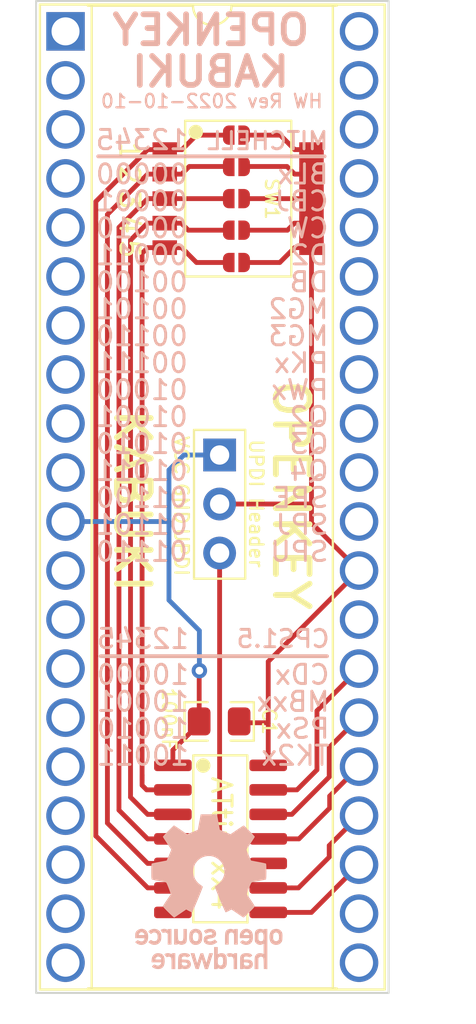
<source format=kicad_pcb>
(kicad_pcb (version 20211014) (generator pcbnew)
  (layers (0 "F.Cu" signal) (31 "B.Cu" signal) (34 "B.Paste" user) (35 "F.Paste" user) (36 "B.SilkS" user "B.Silkscreen") (37 "F.SilkS" user "F.Silkscreen") (38 "B.Mask" user) (39 "F.Mask" user) (44 "Edge.Cuts" user))
  (property "REV" "2022-10-10")
  (net 0 "")
  (net 1 "VCC")
  (net 2 "GND")
  (net 36 "/UPDI")
  (net 37 "/SW1-1")
  (net 38 "/SW1-2")
  (net 39 "/SW1-3")
  (net 40 "/SW1-4")
  (net 41 "/SW1-5")
  (net 42 "/BUSACK")
  (net 43 "/WAIT")
  (net 44 "/BUSREQ")
  (net 45 "/RESET")
  (net 46 "/M1")
  (footprint "openkey:SolderJumper-2_P1.3mm_Open_Pad1.0x0.6mm" (layer "F.Cu") (at 143.8 71.325)
    (fp_text reference "JP4" hide)
    (fp_text value "SolderJumper_2_Open")
    (pad "1" smd custom (at -0.255 0) (size 0.31 1) (layers "F.Cu" "F.Mask") (net 40 "/SW1-4") (options (clearance outline) (anchor rect)) (primitives (gr_circle (center -0.145 -0.2) (end 0.155 -0.2) (width 0) (fill yes)) (gr_rect (start -0.445 -0.21) (end -0.255 0.21) (width 0) (fill yes)) (gr_circle (center -0.145 0.2) (end 0.155167 0.2) (width 0) (fill yes))))
    (pad "2" smd custom (at 0.25 0) (size 0.3 1) (layers "F.Cu" "F.Mask") (net 2 "GND") (options (clearance outline) (anchor rect)) (primitives (gr_circle (center 0.15 -0.2) (end 0.45 -0.2) (width 0) (fill yes)) (gr_rect (start 0.26 -0.21) (end 0.45 0.21) (width 0) (fill yes)) (gr_circle (center 0.15 0.2) (end 0.45 0.2) (width 0) (fill yes))))
  )
  (footprint "openkey:SOIC-14_3.9x8.7mm_P1.27mm" (layer "F.Cu") (at 142.9744 102.8664)
    (fp_text reference "U1" hide)
    (fp_text value "ATtinyxx4" (at 0.0506 0.2336 270 unlocked) (layer "F.SilkS"))
    (pad "1" smd roundrect (at -2.475 -3.81) (size 1.95 0.6) (layers "F.Cu" "F.Paste" "F.Mask") (net 1 "VCC"))
    (pad "2" smd roundrect (at -2.475 -2.54) (size 1.95 0.6) (layers "F.Cu" "F.Paste" "F.Mask") (net 41 "/SW1-5"))
    (pad "3" smd roundrect (at -2.475 -1.27) (size 1.95 0.6) (layers "F.Cu" "F.Paste" "F.Mask") (net 40 "/SW1-4"))
    (pad "4" smd roundrect (at -2.475 0) (size 1.95 0.6) (layers "F.Cu" "F.Paste" "F.Mask") (net 39 "/SW1-3"))
    (pad "5" smd roundrect (at -2.475 1.27) (size 1.95 0.6) (layers "F.Cu" "F.Paste" "F.Mask") (net 38 "/SW1-2"))
    (pad "6" smd roundrect (at -2.475 2.54) (size 1.95 0.6) (layers "F.Cu" "F.Paste" "F.Mask") (net 37 "/SW1-1"))
    (pad "7" smd roundrect (at -2.475 3.81) (size 1.95 0.6) (layers "F.Cu" "F.Paste" "F.Mask"))
    (pad "8" smd roundrect (at 2.475 3.81) (size 1.95 0.6) (layers "F.Cu" "F.Paste" "F.Mask") (net 42 "/BUSACK"))
    (pad "9" smd roundrect (at 2.475 2.54) (size 1.95 0.6) (layers "F.Cu" "F.Paste" "F.Mask") (net 43 "/WAIT"))
    (pad "10" smd roundrect (at 2.475 1.27) (size 1.95 0.6) (layers "F.Cu" "F.Paste" "F.Mask") (net 36 "/UPDI"))
    (pad "11" smd roundrect (at 2.475 0) (size 1.95 0.6) (layers "F.Cu" "F.Paste" "F.Mask") (net 44 "/BUSREQ"))
    (pad "12" smd roundrect (at 2.475 -1.27) (size 1.95 0.6) (layers "F.Cu" "F.Paste" "F.Mask") (net 45 "/RESET"))
    (pad "13" smd roundrect (at 2.475 -2.54) (size 1.95 0.6) (layers "F.Cu" "F.Paste" "F.Mask") (net 46 "/M1"))
    (pad "14" smd roundrect (at 2.475 -3.81) (size 1.95 0.6) (layers "F.Cu" "F.Paste" "F.Mask") (net 2 "GND"))
  )
  (footprint "openkey:SolderJumper-2_P1.3mm_Open_Pad1.0x0.6mm" (layer "F.Cu") (at 143.8 68.025)
    (fp_text reference "JP2" hide)
    (fp_text value "SolderJumper_2_Open")
    (pad "1" smd custom (at -0.255 0) (size 0.31 1) (layers "F.Cu" "F.Mask") (net 38 "/SW1-2") (options (clearance outline) (anchor rect)) (primitives (gr_circle (center -0.145 -0.2) (end 0.155 -0.2) (width 0) (fill yes)) (gr_rect (start -0.445 -0.21) (end -0.255 0.21) (width 0) (fill yes)) (gr_circle (center -0.145 0.2) (end 0.155167 0.2) (width 0) (fill yes))))
    (pad "2" smd custom (at 0.25 0) (size 0.3 1) (layers "F.Cu" "F.Mask") (net 2 "GND") (options (clearance outline) (anchor rect)) (primitives (gr_circle (center 0.15 -0.2) (end 0.45 -0.2) (width 0) (fill yes)) (gr_rect (start 0.26 -0.21) (end 0.45 0.21) (width 0) (fill yes)) (gr_circle (center 0.15 0.2) (end 0.45 0.2) (width 0) (fill yes))))
  )
  (footprint "openkey:C_0805_2012Metric_Pad1.18x1.45mm_HandSolder" (layer "F.Cu") (at 142.9025 96.78)
    (fp_text reference "C1" (at 2.5975 -0.005 270 unlocked) (layer "F.SilkS") (effects (font (size 0.7 0.7) (thickness 0.12))))
    (fp_text value "100nF" (at -2.6025 -0.13 270 unlocked) (layer "F.SilkS") (effects (font (size 0.7 0.7) (thickness 0.12))))
    (pad "1" smd roundrect (at -1.0375 0) (size 1.175 1.45) (layers "F.Cu" "F.Paste" "F.Mask") (roundrect_rratio 0.212766) (net 1 "VCC"))
    (pad "2" smd roundrect (at 1.0375 0) (size 1.175 1.45) (layers "F.Cu" "F.Paste" "F.Mask") (roundrect_rratio 0.212766) (net 2 "GND"))
  )
  (footprint "openkey:DIP-40_W15.24mm_Socket_Wide_Holes" (layer "F.Cu") (at 134.925 61.023)
    (fp_text reference "U2" hide)
    (fp_text value "KABUKICPU")
    (pad "1" thru_hole rect locked (at 0 0) (size 2 2) (drill 1.45) (layers *.Cu *.Mask))
    (pad "2" thru_hole oval locked (at 0 2.54) (size 2 2) (drill 1.45) (layers *.Cu *.Mask))
    (pad "3" thru_hole oval locked (at 0 5.08) (size 2 2) (drill 1.45) (layers *.Cu *.Mask))
    (pad "4" thru_hole oval locked (at 0 7.62) (size 2 2) (drill 1.45) (layers *.Cu *.Mask))
    (pad "5" thru_hole oval locked (at 0 10.16) (size 2 2) (drill 1.45) (layers *.Cu *.Mask))
    (pad "6" thru_hole oval locked (at 0 12.7) (size 2 2) (drill 1.45) (layers *.Cu *.Mask))
    (pad "7" thru_hole oval locked (at 0 15.24) (size 2 2) (drill 1.45) (layers *.Cu *.Mask))
    (pad "8" thru_hole oval locked (at 0 17.78) (size 2 2) (drill 1.45) (layers *.Cu *.Mask))
    (pad "9" thru_hole oval locked (at 0 20.32) (size 2 2) (drill 1.45) (layers *.Cu *.Mask))
    (pad "10" thru_hole oval locked (at 0 22.86) (size 2 2) (drill 1.45) (layers *.Cu *.Mask))
    (pad "11" thru_hole oval locked (at 0 25.4) (size 2 2) (drill 1.45) (layers *.Cu *.Mask) (net 1 "VCC"))
    (pad "12" thru_hole oval locked (at 0 27.94) (size 2 2) (drill 1.45) (layers *.Cu *.Mask))
    (pad "13" thru_hole oval locked (at 0 30.48) (size 2 2) (drill 1.45) (layers *.Cu *.Mask))
    (pad "14" thru_hole oval locked (at 0 33.02) (size 2 2) (drill 1.45) (layers *.Cu *.Mask))
    (pad "15" thru_hole oval locked (at 0 35.56) (size 2 2) (drill 1.45) (layers *.Cu *.Mask))
    (pad "16" thru_hole oval locked (at 0 38.1) (size 2 2) (drill 1.45) (layers *.Cu *.Mask))
    (pad "17" thru_hole oval locked (at 0 40.64) (size 2 2) (drill 1.45) (layers *.Cu *.Mask))
    (pad "18" thru_hole oval locked (at 0 43.18) (size 2 2) (drill 1.45) (layers *.Cu *.Mask))
    (pad "19" thru_hole oval locked (at 0 45.72) (size 2 2) (drill 1.45) (layers *.Cu *.Mask))
    (pad "20" thru_hole oval locked (at 0 48.26) (size 2 2) (drill 1.45) (layers *.Cu *.Mask))
    (pad "21" thru_hole oval locked (at 15.24 48.26) (size 2 2) (drill 1.45) (layers *.Cu *.Mask))
    (pad "22" thru_hole oval locked (at 15.24 45.72) (size 2 2) (drill 1.45) (layers *.Cu *.Mask))
    (pad "23" thru_hole oval locked (at 15.24 43.18) (size 2 2) (drill 1.45) (layers *.Cu *.Mask) (net 42 "/BUSACK"))
    (pad "24" thru_hole oval locked (at 15.24 40.64) (size 2 2) (drill 1.45) (layers *.Cu *.Mask) (net 43 "/WAIT"))
    (pad "25" thru_hole oval locked (at 15.24 38.1) (size 2 2) (drill 1.45) (layers *.Cu *.Mask) (net 44 "/BUSREQ"))
    (pad "26" thru_hole oval locked (at 15.24 35.56) (size 2 2) (drill 1.45) (layers *.Cu *.Mask) (net 45 "/RESET"))
    (pad "27" thru_hole oval locked (at 15.24 33.02) (size 2 2) (drill 1.45) (layers *.Cu *.Mask) (net 46 "/M1"))
    (pad "28" thru_hole oval locked (at 15.24 30.48) (size 2 2) (drill 1.45) (layers *.Cu *.Mask))
    (pad "29" thru_hole oval locked (at 15.24 27.94) (size 2 2) (drill 1.45) (layers *.Cu *.Mask) (net 2 "GND"))
    (pad "30" thru_hole oval locked (at 15.24 25.4) (size 2 2) (drill 1.45) (layers *.Cu *.Mask))
    (pad "31" thru_hole oval locked (at 15.24 22.86) (size 2 2) (drill 1.45) (layers *.Cu *.Mask))
    (pad "32" thru_hole oval locked (at 15.24 20.32) (size 2 2) (drill 1.45) (layers *.Cu *.Mask))
    (pad "33" thru_hole oval locked (at 15.24 17.78) (size 2 2) (drill 1.45) (layers *.Cu *.Mask))
    (pad "34" thru_hole oval locked (at 15.24 15.24) (size 2 2) (drill 1.45) (layers *.Cu *.Mask))
    (pad "35" thru_hole oval locked (at 15.24 12.7) (size 2 2) (drill 1.45) (layers *.Cu *.Mask))
    (pad "36" thru_hole oval locked (at 15.24 10.16) (size 2 2) (drill 1.45) (layers *.Cu *.Mask))
    (pad "37" thru_hole oval locked (at 15.24 7.62) (size 2 2) (drill 1.45) (layers *.Cu *.Mask))
    (pad "38" thru_hole oval locked (at 15.24 5.08) (size 2 2) (drill 1.45) (layers *.Cu *.Mask))
    (pad "39" thru_hole oval locked (at 15.24 2.54) (size 2 2) (drill 1.45) (layers *.Cu *.Mask))
    (pad "40" thru_hole oval locked (at 15.24 0) (size 2 2) (drill 1.45) (layers *.Cu *.Mask))
  )
  (footprint "openkey:SolderJumper-2_P1.3mm_Open_Pad1.0x0.6mm" (layer "F.Cu") (at 143.8 73)
    (fp_text reference "JP5" hide)
    (fp_text value "SolderJumper_2_Open")
    (pad "1" smd custom (at -0.255 0) (size 0.31 1) (layers "F.Cu" "F.Mask") (net 41 "/SW1-5") (options (clearance outline) (anchor rect)) (primitives (gr_circle (center -0.145 -0.2) (end 0.155 -0.2) (width 0) (fill yes)) (gr_rect (start -0.445 -0.21) (end -0.255 0.21) (width 0) (fill yes)) (gr_circle (center -0.145 0.2) (end 0.155167 0.2) (width 0) (fill yes))))
    (pad "2" smd custom (at 0.25 0) (size 0.3 1) (layers "F.Cu" "F.Mask") (net 2 "GND") (options (clearance outline) (anchor rect)) (primitives (gr_circle (center 0.15 -0.2) (end 0.45 -0.2) (width 0) (fill yes)) (gr_rect (start 0.26 -0.21) (end 0.45 0.21) (width 0) (fill yes)) (gr_circle (center 0.15 0.2) (end 0.45 0.2) (width 0) (fill yes))))
  )
  (footprint "openkey:SolderJumper-2_P1.3mm_Open_Pad1.0x0.6mm" (layer "F.Cu") (at 143.8 66.4)
    (fp_text reference "JP1" hide)
    (fp_text value "SolderJumper_2_Open")
    (pad "1" smd custom (at -0.255 0) (size 0.31 1) (layers "F.Cu" "F.Mask") (net 37 "/SW1-1") (options (clearance outline) (anchor rect)) (primitives (gr_circle (center -0.145 -0.2) (end 0.155 -0.2) (width 0) (fill yes)) (gr_rect (start -0.445 -0.21) (end -0.255 0.21) (width 0) (fill yes)) (gr_circle (center -0.145 0.2) (end 0.155167 0.2) (width 0) (fill yes))))
    (pad "2" smd custom (at 0.25 0) (size 0.3 1) (layers "F.Cu" "F.Mask") (net 2 "GND") (options (clearance outline) (anchor rect)) (primitives (gr_circle (center 0.15 -0.2) (end 0.45 -0.2) (width 0) (fill yes)) (gr_rect (start 0.26 -0.21) (end 0.45 0.21) (width 0) (fill yes)) (gr_circle (center 0.15 0.2) (end 0.45 0.2) (width 0) (fill yes))))
  )
  (footprint "openkey:SolderJumper-2_P1.3mm_Open_Pad1.0x0.6mm" (layer "F.Cu") (at 143.8 69.69)
    (fp_text reference "JP3" hide)
    (fp_text value "SolderJumper_2_Open")
    (pad "1" smd custom (at -0.255 0) (size 0.31 1) (layers "F.Cu" "F.Mask") (net 39 "/SW1-3") (options (clearance outline) (anchor rect)) (primitives (gr_circle (center -0.145 -0.2) (end 0.155 -0.2) (width 0) (fill yes)) (gr_rect (start -0.445 -0.21) (end -0.255 0.21) (width 0) (fill yes)) (gr_circle (center -0.145 0.2) (end 0.155167 0.2) (width 0) (fill yes))))
    (pad "2" smd custom (at 0.25 0) (size 0.3 1) (layers "F.Cu" "F.Mask") (net 2 "GND") (options (clearance outline) (anchor rect)) (primitives (gr_circle (center 0.15 -0.2) (end 0.45 -0.2) (width 0) (fill yes)) (gr_rect (start 0.26 -0.21) (end 0.45 0.21) (width 0) (fill yes)) (gr_circle (center 0.15 0.2) (end 0.45 0.2) (width 0) (fill yes))))
  )
  (footprint "openkey:SW_DIP_SPSTx05_Slide_Wurth_416131160805_W7.62mm_P1.27mm" (layer "F.Cu") (at 143.8864 69.691)
    (fp_text reference "SW1" (at 1.7636 0.009 270 unlocked) (layer "F.SilkS") (effects (font (size 0.7 0.7) (thickness 0.12))))
    (fp_text value "Wurth Elektronik 416131160805")
    (pad "1" smd rect (at -3.81 -2.54) (size 1.27 0.76) (layers "F.Cu" "F.Paste" "F.Mask") (net 37 "/SW1-1"))
    (pad "2" smd rect (at -3.81 -1.27) (size 1.27 0.76) (layers "F.Cu" "F.Paste" "F.Mask") (net 38 "/SW1-2"))
    (pad "3" smd rect (at -3.81 0) (size 1.27 0.76) (layers "F.Cu" "F.Paste" "F.Mask") (net 39 "/SW1-3"))
    (pad "4" smd rect (at -3.81 1.27) (size 1.27 0.76) (layers "F.Cu" "F.Paste" "F.Mask") (net 40 "/SW1-4"))
    (pad "5" smd rect (at -3.81 2.54) (size 1.27 0.76) (layers "F.Cu" "F.Paste" "F.Mask") (net 41 "/SW1-5"))
    (pad "6" smd rect (at 3.81 2.54) (size 1.27 0.76) (layers "F.Cu" "F.Paste" "F.Mask") (net 2 "GND"))
    (pad "7" smd rect (at 3.81 1.27) (size 1.27 0.76) (layers "F.Cu" "F.Paste" "F.Mask") (net 2 "GND"))
    (pad "8" smd rect (at 3.81 0) (size 1.27 0.76) (layers "F.Cu" "F.Paste" "F.Mask") (net 2 "GND"))
    (pad "9" smd rect (at 3.81 -1.27) (size 1.27 0.76) (layers "F.Cu" "F.Paste" "F.Mask") (net 2 "GND"))
    (pad "10" smd rect (at 3.81 -2.54) (size 1.27 0.76) (layers "F.Cu" "F.Paste" "F.Mask") (net 2 "GND"))
  )
  (footprint "openkey:PinHeader_1x03_P2.54mm_Vertical" (layer "F.Cu") (at 142.9259 82.975)
    (fp_text reference "J1" hide)
    (fp_text value "UPDI Header" hide)
    (pad "1" thru_hole rect (at 0 0) (size 1.7 1.7) (drill 1) (layers *.Cu *.Mask) (net 1 "VCC"))
    (pad "2" thru_hole oval (at 0 2.54) (size 1.7 1.7) (drill 1) (layers *.Cu *.Mask) (net 2 "GND"))
    (pad "3" thru_hole oval (at 0 5.08) (size 1.7 1.7) (drill 1) (layers *.Cu *.Mask) (net 36 "/UPDI"))
  )
  (footprint "Symbol:OSHW-Logo_7.5x8mm_SilkScreen" (layer "B.Cu") (at 142.375 105.6 180)
    (fp_text reference "REF**" hide)
    (fp_text value "OSHW-Logo_7.5x8mm_SilkScreen" hide)
  )
  (gr_line (start 136.75 93.4) (end 148.5 93.4) (layer "B.SilkS") (width 0.2))
  (gr_line (start 136.625 67.5) (end 148.375 67.5) (layer "B.SilkS") (width 0.2))
  (gr_line (start 151.7 59.45) (end 151.7 110.8) (layer "Edge.Cuts") (width 0.1))
  (gr_line (start 151.7 110.8) (end 151.7 110.85) (layer "Edge.Cuts") (width 0.1))
  (gr_line (start 151.7 110.85) (end 133.4 110.85) (layer "Edge.Cuts") (width 0.1))
  (gr_line (start 133.4 110.85) (end 133.4 59.45) (layer "Edge.Cuts") (width 0.1))
  (gr_line (start 133.4 59.45) (end 151.7 59.45) (layer "Edge.Cuts") (width 0.1))
  (gr_text "OPENKEY" (at 142.47 60.96) (layer "B.SilkS") (effects (font (size 1.5 1.5) (thickness 0.3)) (justify mirror)))
  (gr_text "CW" (at 148.6662 71.2216) (layer "B.SilkS") (effects (font (size 1 1)) (justify left mirror)))
  (gr_text "Q4" (at 148.6662 83.7946) (layer "B.SilkS") (effects (font (size 1 1)) (justify left mirror)))
  (gr_text "SPE" (at 148.6662 85.1916) (layer "B.SilkS") (effects (font (size 1 1)) (justify left mirror)))
  (gr_text "SPU" (at 148.6662 87.9856) (layer "B.SilkS") (effects (font (size 1 1)) (justify left mirror)))
  (gr_text "01000" (at 138.8872 79.6036) (layer "B.SilkS") (effects (font (size 1 1)) (justify mirror)))
  (gr_text "00101" (at 138.8872 75.4126) (layer "B.SilkS") (effects (font (size 1 1)) (justify mirror)))
  (gr_text "12345" (at 138.938 92.5) (layer "B.SilkS") (effects (font (size 1 1)) (justify mirror)))
  (gr_text "00010" (at 138.8872 71.2216) (layer "B.SilkS") (effects (font (size 1 1)) (justify mirror)))
  (gr_text "01010" (at 138.8872 82.3976) (layer "B.SilkS") (effects (font (size 1 1)) (justify mirror)))
  (gr_text "MBxx" (at 148.717 95.758) (layer "B.SilkS") (effects (font (size 1 1)) (justify left mirror)))
  (gr_text "12345" (at 138.8872 66.65) (layer "B.SilkS") (effects (font (size 1 1)) (justify mirror)))
  (gr_text "MG3" (at 148.6662 76.8096) (layer "B.SilkS") (effects (font (size 1 1)) (justify left mirror)))
  (gr_text "PKx" (at 148.6662 78.2066) (layer "B.SilkS") (effects (font (size 1 1)) (justify left mirror)))
  (gr_text "00111" (at 138.8872 78.2066) (layer "B.SilkS") (effects (font (size 1 1)) (justify mirror)))
  (gr_text "00011" (at 138.8872 72.6186) (layer "B.SilkS") (effects (font (size 1 1)) (justify mirror)))
  (gr_text "01100" (at 138.8872 85.1916) (layer "B.SilkS") (effects (font (size 1 1)) (justify mirror)))
  (gr_text "HW Rev ${REV}" (at 142.52 64.64) (layer "B.SilkS") (effects (font (size 0.7 0.7) (thickness 0.12)) (justify mirror)))
  (gr_text "MITCHELL" (at 148.65 66.7) (layer "B.SilkS") (effects (font (size 0.9 0.9)) (justify left mirror)))
  (gr_text "10011" (at 138.938 98.552) (layer "B.SilkS") (effects (font (size 1 1)) (justify mirror)))
  (gr_text "01001" (at 138.8872 81.0006) (layer "B.SilkS") (effects (font (size 1 1)) (justify mirror)))
  (gr_text "CBJ" (at 148.6662 69.8246) (layer "B.SilkS") (effects (font (size 1 1)) (justify left mirror)))
  (gr_text "Q2" (at 148.6662 81.0006) (layer "B.SilkS") (effects (font (size 1 1)) (justify left mirror)))
  (gr_text "MG2" (at 148.6662 75.4126) (layer "B.SilkS") (effects (font (size 1 1)) (justify left mirror)))
  (gr_text "TK2x" (at 148.717 98.552) (layer "B.SilkS") (effects (font (size 1 1)) (justify left mirror)))
  (gr_text "00001" (at 138.8872 69.8246) (layer "B.SilkS") (effects (font (size 1 1)) (justify mirror)))
  (gr_text "10010" (at 138.938 97.155) (layer "B.SilkS") (effects (font (size 1 1)) (justify mirror)))
  (gr_text "CDx" (at 148.717 94.361) (layer "B.SilkS") (effects (font (size 1 1)) (justify left mirror)))
  (gr_text "D2" (at 148.6662 72.6186) (layer "B.SilkS") (effects (font (size 1 1)) (justify left mirror)))
  (gr_text "PSx" (at 148.717 97.155) (layer "B.SilkS") (effects (font (size 1 1)) (justify left mirror)))
  (gr_text "00000" (at 138.8872 68.4276) (layer "B.SilkS") (effects (font (size 1 1)) (justify mirror)))
  (gr_text "DB" (at 148.6662 74.0156) (layer "B.SilkS") (effects (font (size 1 1)) (justify left mirror)))
  (gr_text "PWx" (at 148.6662 79.6036) (layer "B.SilkS") (effects (font (size 1 1)) (justify left mirror)))
  (gr_text "BLx" (at 148.6662 68.4276) (layer "B.SilkS") (effects (font (size 1 1)) (justify left mirror)))
  (gr_text "Q3" (at 148.6662 82.3976) (layer "B.SilkS") (effects (font (size 1 1)) (justify left mirror)))
  (gr_text "KABUKI" (at 142.46 63.119) (layer "B.SilkS") (effects (font (size 1.5 1.5) (thickness 0.3)) (justify mirror)))
  (gr_text "00100" (at 138.8872 74.0156) (layer "B.SilkS") (effects (font (size 1 1)) (justify mirror)))
  (gr_text "CPS1.5" (at 148.717 92.5) (layer "B.SilkS") (effects (font (size 0.9 0.9)) (justify left mirror)))
  (gr_text "01101" (at 138.8872 86.5886) (layer "B.SilkS") (effects (font (size 1 1)) (justify mirror)))
  (gr_text "10000" (at 138.938 94.361) (layer "B.SilkS") (effects (font (size 1 1)) (justify mirror)))
  (gr_text "SPJ" (at 148.6662 86.5886) (layer "B.SilkS") (effects (font (size 1 1)) (justify left mirror)))
  (gr_text "10001" (at 138.938 95.758) (layer "B.SilkS") (effects (font (size 1 1)) (justify mirror)))
  (gr_text "00110" (at 138.8872 76.8096) (layer "B.SilkS") (effects (font (size 1 1)) (justify mirror)))
  (gr_text "01110" (at 138.8872 87.9856) (layer "B.SilkS") (effects (font (size 1 1)) (justify mirror)))
  (gr_text "01011" (at 138.8872 83.7946) (layer "B.SilkS") (effects (font (size 1 1)) (justify mirror)))
  (gr_text "KABUKI" (at 138.39 85.35 270) (layer "F.SilkS") (effects (font (size 1.75 1.75) (thickness 0.3))))
  (gr_text "OPENKEY" (at 146.64 85.06 270) (layer "F.SilkS") (effects (font (size 1.75 1.75) (thickness 0.3))))
  (gr_text "GND" (at 140.9459 85.5 270) (layer "F.SilkS") (effects (font (size 0.7 0.7) (thickness 0.12))))
  (gr_text "UPDI Header" (at 144.8259 85.49 270) (layer "F.SilkS") (effects (font (size 0.7 0.7) (thickness 0.12))))
  (gr_text "VCC" (at 140.9459 83 270) (layer "F.SilkS") (effects (font (size 0.7 0.7) (thickness 0.12))))
  (gr_text "UPDI" (at 140.9459 88 270) (layer "F.SilkS") (effects (font (size 0.7 0.7) (thickness 0.12))))
  (gr_text "5" (at 138.25 72.29 270) (layer "F.SilkS") (effects (font (size 1 1))))
  (gr_text "1" (at 138.25 67.23 270) (layer "F.SilkS") (effects (font (size 1 1))))
  (gr_text "2" (at 138.25 68.45 270) (layer "F.SilkS") (effects (font (size 1 1))))
  (gr_text "3" (at 138.25 69.77 270) (layer "F.SilkS") (effects (font (size 1 1))))
  (gr_text "4" (at 138.25 71.04 270) (layer "F.SilkS") (effects (font (size 1 1))))
  (segment (start 141.865 94.16) (end 141.875 94.15) (width 0.25) (layer "F.Cu") (net 1))
  (segment (start 141.865 96.78) (end 141.865 94.16) (width 0.25) (layer "F.Cu") (net 1))
  (segment (start 141.8595 96.9044) (end 140.4994 98.2645) (width 0.25) (layer "F.Cu") (net 1))
  (segment (start 140.4994 98.2645) (end 140.4994 99.0564) (width 0.25) (layer "F.Cu") (net 1))
  (via (at 141.875 94.15) (size 0.8) (drill 0.4) (layers "F.Cu" "B.Cu") (net 1))
  (segment (start 141.0717 82.975) (end 142.9259 82.975) (width 0.25) (layer "B.Cu") (net 1))
  (segment (start 134.925 86.423) (end 140.2961 86.423) (width 0.25) (layer "B.Cu") (net 1))
  (segment (start 140.2961 83.7506) (end 141.0717 82.975) (width 0.25) (layer "B.Cu") (net 1))
  (segment (start 141.875 92.075) (end 140.2961 90.4961) (width 0.25) (layer "B.Cu") (net 1))
  (segment (start 140.2961 90.4961) (end 140.2961 86.423) (width 0.25) (layer "B.Cu") (net 1))
  (segment (start 141.875 94.15) (end 141.875 92.075) (width 0.25) (layer "B.Cu") (net 1))
  (segment (start 140.2961 86.423) (end 140.2961 83.7506) (width 0.25) (layer "B.Cu") (net 1))
  (segment (start 146.821 67.151) (end 146.821 67.146) (width 0.25) (layer "F.Cu") (net 2))
  (segment (start 147.6964 68.421) (end 146.821 68.421) (width 0.25) (layer "F.Cu") (net 2))
  (segment (start 146.814 70.961) (end 146.45 71.325) (width 0.25) (layer "F.Cu") (net 2))
  (segment (start 147.6964 86.4944) (end 147.6964 85.5036) (width 0.25) (layer "F.Cu") (net 2))
  (segment (start 146.821 68.421) (end 146.425 68.025) (width 0.25) (layer "F.Cu") (net 2))
  (segment (start 143.9887 96.8502) (end 145.415 96.8502) (width 0.25) (layer "F.Cu") (net 2))
  (segment (start 144.381 69.691) (end 144.37 69.68) (width 0.25) (layer "F.Cu") (net 2))
  (segment (start 142.9259 85.515) (end 147.685 85.515) (width 0.25) (layer "F.Cu") (net 2))
  (segment (start 147.6964 70.961) (end 146.814 70.961) (width 0.25) (layer "F.Cu") (net 2))
  (segment (start 147.6964 72.231) (end 146.821 72.231) (width 0.25) (layer "F.Cu") (net 2))
  (segment (start 147.6964 86.4944) (end 150.165 88.963) (width 0.25) (layer "F.Cu") (net 2))
  (segment (start 146.821 67.146) (end 146.075 66.4) (width 0.25) (layer "F.Cu") (net 2))
  (segment (start 146.075 66.4) (end 144.2 66.4) (width 0.25) (layer "F.Cu") (net 2))
  (segment (start 147.6964 69.691) (end 144.381 69.691) (width 0.25) (layer "F.Cu") (net 2))
  (segment (start 145.4494 96.8846) (end 145.415 96.8502) (width 0.25) (layer "F.Cu") (net 2))
  (segment (start 145.4494 96.8846) (end 145.45 96.884) (width 0.25) (layer "F.Cu") (net 2))
  (segment (start 146.82 72.23) (end 146.05 73) (width 0.25) (layer "F.Cu") (net 2))
  (segment (start 146.05 73) (end 144.2 73) (width 0.25) (layer "F.Cu") (net 2))
  (segment (start 146.45 71.325) (end 144.2 71.325) (width 0.25) (layer "F.Cu") (net 2))
  (segment (start 146.425 68.025) (end 144.2 68.025) (width 0.25) (layer "F.Cu") (net 2))
  (segment (start 145.45 96.884) (end 145.45 93.678) (width 0.25) (layer "F.Cu") (net 2))
  (segment (start 145.4494 99.0564) (end 145.4494 96.8846) (width 0.25) (layer "F.Cu") (net 2))
  (segment (start 147.685 85.515) (end 147.6964 85.5036) (width 0.25) (layer "F.Cu") (net 2))
  (segment (start 145.45 93.678) (end 150.165 88.963) (width 0.25) (layer "F.Cu") (net 2))
  (segment (start 147.6964 67.151) (end 146.821 67.151) (width 0.25) (layer "F.Cu") (net 2))
  (segment (start 146.821 72.231) (end 146.82 72.23) (width 0.25) (layer "F.Cu") (net 2))
  (segment (start 147.6964 85.5036) (end 147.6964 72.231) (width 0.25) (layer "F.Cu") (net 2))
  (segment (start 142.9004 102.489) (end 142.9259 102.4635) (width 0.25) (layer "F.Cu") (net 36))
  (segment (start 142.9259 102.4635) (end 142.9259 88.055) (width 0.25) (layer "F.Cu") (net 36))
  (segment (start 142.9004 102.489) (end 144.4752 104.0638) (width 0.25) (layer "F.Cu") (net 36))
  (segment (start 136.5 102.718) (end 136.5072 102.718) (width 0.25) (layer "F.Cu") (net 37))
  (segment (start 140.0764 67.151) (end 139.189 67.151) (width 0.25) (layer "F.Cu") (net 37))
  (segment (start 136.5 69.84) (end 136.5 102.718) (width 0.25) (layer "F.Cu") (net 37))
  (segment (start 139.1956 105.4064) (end 140.4994 105.4064) (width 0.25) (layer "F.Cu") (net 37))
  (segment (start 141.725 66.4) (end 143.4 66.4) (width 0.25) (layer "F.Cu") (net 37))
  (segment (start 139.189 67.151) (end 136.5 69.84) (width 0.25) (layer "F.Cu") (net 37))
  (segment (start 140.974 67.151) (end 141.725 66.4) (width 0.25) (layer "F.Cu") (net 37))
  (segment (start 136.5072 102.718) (end 139.1956 105.4064) (width 0.25) (layer "F.Cu") (net 37))
  (segment (start 140.0764 67.151) (end 140.974 67.151) (width 0.25) (layer "F.Cu") (net 37))
  (segment (start 139.189 68.421) (end 137.1 70.51) (width 0.25) (layer "F.Cu") (net 38))
  (segment (start 140.0764 68.421) (end 139.189 68.421) (width 0.25) (layer "F.Cu") (net 38))
  (segment (start 141.35 68.025) (end 143.4 68.025) (width 0.25) (layer "F.Cu") (net 38))
  (segment (start 140.0764 68.421) (end 140.9654 68.421) (width 0.25) (layer "F.Cu") (net 38))
  (segment (start 140.9654 68.421) (end 140.9654 68.4096) (width 0.25) (layer "F.Cu") (net 38))
  (segment (start 137.1 70.51) (end 137.1 102.048) (width 0.25) (layer "F.Cu") (net 38))
  (segment (start 137.1 102.048) (end 139.1884 104.1364) (width 0.25) (layer "F.Cu") (net 38))
  (segment (start 140.9654 68.4096) (end 141.35 68.025) (width 0.25) (layer "F.Cu") (net 38))
  (segment (start 140.4994 104.1364) (end 139.1956 104.1364) (width 0.25) (layer "F.Cu") (net 38))
  (segment (start 139.1914 69.691) (end 140.0764 69.691) (width 0.25) (layer "F.Cu") (net 39))
  (segment (start 140.0764 69.691) (end 139.189 69.691) (width 0.25) (layer "F.Cu") (net 39))
  (segment (start 137.7 101.378) (end 139.192 102.87) (width 0.25) (layer "F.Cu") (net 39))
  (segment (start 140.4994 102.8664) (end 139.1956 102.8664) (width 0.25) (layer "F.Cu") (net 39))
  (segment (start 137.7 71.18) (end 137.7 101.378) (width 0.25) (layer "F.Cu") (net 39))
  (segment (start 139.189 69.691) (end 137.7 71.18) (width 0.25) (layer "F.Cu") (net 39))
  (segment (start 143.3784 69.691) (end 140.0764 69.691) (width 0.25) (layer "F.Cu") (net 39))
  (segment (start 140.9654 70.961) (end 140.9654 70.9904) (width 0.25) (layer "F.Cu") (net 40))
  (segment (start 138.3 100.708) (end 139.192 101.6) (width 0.25) (layer "F.Cu") (net 40))
  (segment (start 139.179 70.961) (end 138.3 71.84) (width 0.25) (layer "F.Cu") (net 40))
  (segment (start 140.0764 70.961) (end 139.179 70.961) (width 0.25) (layer "F.Cu") (net 40))
  (segment (start 140.4994 101.5964) (end 139.1956 101.5964) (width 0.25) (layer "F.Cu") (net 40))
  (segment (start 140.0764 70.961) (end 140.9654 70.961) (width 0.25) (layer "F.Cu") (net 40))
  (segment (start 138.3 71.84) (end 138.3 100.708) (width 0.25) (layer "F.Cu") (net 40))
  (segment (start 141.3 71.325) (end 143.4 71.325) (width 0.25) (layer "F.Cu") (net 40))
  (segment (start 140.9654 70.9904) (end 141.3 71.325) (width 0.25) (layer "F.Cu") (net 40))
  (segment (start 140.96 72.23) (end 141.225 72.495) (width 0.25) (layer "F.Cu") (net 41))
  (segment (start 138.9 99.5552) (end 138.9 72.5224) (width 0.25) (layer "F.Cu") (net 41))
  (segment (start 139.1376 100.3264) (end 138.9 100.0888) (width 0.25) (layer "F.Cu") (net 41))
  (segment (start 140.4994 100.3264) (end 139.1376 100.3264) (width 0.25) (layer "F.Cu") (net 41))
  (segment (start 138.9 72.5224) (end 139.1914 72.231) (width 0.25) (layer "F.Cu") (net 41))
  (segment (start 140.0764 72.231) (end 140.959 72.231) (width 0.25) (layer "F.Cu") (net 41))
  (segment (start 138.9 99.8602) (end 138.9 99.5552) (width 0.25) (layer "F.Cu") (net 41))
  (segment (start 141.225 72.5) (end 141.725 73) (width 0.25) (layer "F.Cu") (net 41))
  (segment (start 139.1914 72.231) (end 140.0764 72.231) (width 0.25) (layer "F.Cu") (net 41))
  (segment (start 141.225 72.495) (end 141.225 72.5) (width 0.25) (layer "F.Cu") (net 41))
  (segment (start 138.9 100.0888) (end 138.9 99.5552) (width 0.25) (layer "F.Cu") (net 41))
  (segment (start 141.725 73) (end 143.4 73) (width 0.25) (layer "F.Cu") (net 41))
  (segment (start 140.959 72.231) (end 140.96 72.23) (width 0.25) (layer "F.Cu") (net 41))
  (segment (start 147.6916 106.6764) (end 150.165 104.203) (width 0.25) (layer "F.Cu") (net 42))
  (segment (start 145.4494 106.6764) (end 147.6916 106.6764) (width 0.25) (layer "F.Cu") (net 42))
  (segment (start 150.165 101.663) (end 148.6154 103.2126) (width 0.25) (layer "F.Cu") (net 43))
  (segment (start 145.4494 105.4064) (end 146.6764 105.4064) (width 0.25) (layer "F.Cu") (net 43))
  (segment (start 147.0188 105.4064) (end 148.6154 103.8098) (width 0.25) (layer "F.Cu") (net 43))
  (segment (start 146.6764 105.4064) (end 147.0188 105.4064) (width 0.25) (layer "F.Cu") (net 43))
  (segment (start 148.6154 103.2126) (end 148.6154 103.8098) (width 0.25) (layer "F.Cu") (net 43))
  (segment (start 147.0442 102.8664) (end 148.6408 101.2698) (width 0.25) (layer "F.Cu") (net 44))
  (segment (start 145.4494 102.8664) (end 147.0442 102.8664) (width 0.25) (layer "F.Cu") (net 44))
  (segment (start 148.6408 100.6472) (end 150.165 99.123) (width 0.25) (layer "F.Cu") (net 44))
  (segment (start 148.6408 101.2698) (end 148.6408 100.6472) (width 0.25) (layer "F.Cu") (net 44))
  (segment (start 148.6154 99.6574) (end 148.6154 98.1326) (width 0.25) (layer "F.Cu") (net 45))
  (segment (start 148.6154 98.1326) (end 150.165 96.583) (width 0.25) (layer "F.Cu") (net 45))
  (segment (start 145.4494 101.5964) (end 146.6764 101.5964) (width 0.25) (layer "F.Cu") (net 45))
  (segment (start 146.6764 101.5964) (end 148.6154 99.6574) (width 0.25) (layer "F.Cu") (net 45))
  (segment (start 147.9804 96.2276) (end 150.165 94.043) (width 0.25) (layer "F.Cu") (net 46))
  (segment (start 145.4494 100.3264) (end 146.9426 100.3264) (width 0.25) (layer "F.Cu") (net 46))
  (segment (start 146.9426 100.3264) (end 147.9804 99.2886) (width 0.25) (layer "F.Cu") (net 46))
  (segment (start 147.9804 99.2886) (end 147.9804 96.2276) (width 0.25) (layer "F.Cu") (net 46))
  (zone (net 2) (net_name "GND") (layer "F.Cu") (connect_pads yes (clearance 0.254)) (min_thickness 0.254) (fill yes (thermal_gap 0.508) (thermal_bridge_width 0.508))
    (polygon (pts (xy 148.33 72.61) (xy 147.06 72.61) (xy 147.06 66.77) (xy 148.33 66.77)))
  )
)
</source>
